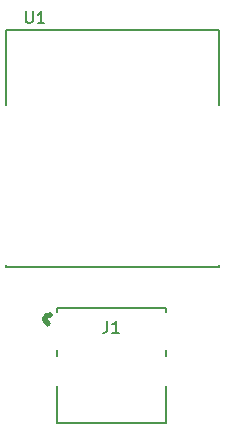
<source format=gbr>
%TF.GenerationSoftware,KiCad,Pcbnew,8.0.4*%
%TF.CreationDate,2024-07-28T04:47:57-04:00*%
%TF.ProjectId,esp32-c3-wroom-socket,65737033-322d-4633-932d-77726f6f6d2d,rev?*%
%TF.SameCoordinates,Original*%
%TF.FileFunction,Legend,Top*%
%TF.FilePolarity,Positive*%
%FSLAX46Y46*%
G04 Gerber Fmt 4.6, Leading zero omitted, Abs format (unit mm)*
G04 Created by KiCad (PCBNEW 8.0.4) date 2024-07-28 04:47:57*
%MOMM*%
%LPD*%
G01*
G04 APERTURE LIST*
%ADD10C,0.150000*%
%ADD11C,0.127000*%
%ADD12C,0.152400*%
%ADD13C,0.508000*%
G04 APERTURE END LIST*
D10*
X118043095Y-49129819D02*
X118043095Y-49939342D01*
X118043095Y-49939342D02*
X118090714Y-50034580D01*
X118090714Y-50034580D02*
X118138333Y-50082200D01*
X118138333Y-50082200D02*
X118233571Y-50129819D01*
X118233571Y-50129819D02*
X118424047Y-50129819D01*
X118424047Y-50129819D02*
X118519285Y-50082200D01*
X118519285Y-50082200D02*
X118566904Y-50034580D01*
X118566904Y-50034580D02*
X118614523Y-49939342D01*
X118614523Y-49939342D02*
X118614523Y-49129819D01*
X119614523Y-50129819D02*
X119043095Y-50129819D01*
X119328809Y-50129819D02*
X119328809Y-49129819D01*
X119328809Y-49129819D02*
X119233571Y-49272676D01*
X119233571Y-49272676D02*
X119138333Y-49367914D01*
X119138333Y-49367914D02*
X119043095Y-49415533D01*
X124956110Y-75362254D02*
X124956110Y-76076539D01*
X124956110Y-76076539D02*
X124908491Y-76219396D01*
X124908491Y-76219396D02*
X124813253Y-76314635D01*
X124813253Y-76314635D02*
X124670396Y-76362254D01*
X124670396Y-76362254D02*
X124575158Y-76362254D01*
X125956110Y-76362254D02*
X125384682Y-76362254D01*
X125670396Y-76362254D02*
X125670396Y-75362254D01*
X125670396Y-75362254D02*
X125575158Y-75505111D01*
X125575158Y-75505111D02*
X125479920Y-75600349D01*
X125479920Y-75600349D02*
X125384682Y-75647968D01*
D11*
%TO.C,U1*%
X116380000Y-50760000D02*
X116380000Y-57090000D01*
X116380000Y-70760000D02*
X116380000Y-70630000D01*
X116380000Y-70760000D02*
X134380000Y-70760000D01*
X134380000Y-50760000D02*
X116380000Y-50760000D01*
X134380000Y-57090000D02*
X134380000Y-50760000D01*
X134380000Y-70760000D02*
X134380000Y-70630000D01*
D12*
%TO.C,J1*%
X120692044Y-74245435D02*
X120692044Y-74614229D01*
X120692044Y-77810642D02*
X120692044Y-78354834D01*
X120692044Y-80840037D02*
X120692044Y-83973634D01*
X120692044Y-83973634D02*
X129886844Y-83973634D01*
X129886844Y-74245435D02*
X120692044Y-74245435D01*
X129886844Y-74614233D02*
X129886844Y-74245435D01*
X129886844Y-78354834D02*
X129886844Y-77810636D01*
X129886844Y-83973634D02*
X129886844Y-80840037D01*
D13*
X119895104Y-75577307D02*
G75*
G02*
X120086544Y-74852578I161940J344872D01*
G01*
%TD*%
M02*

</source>
